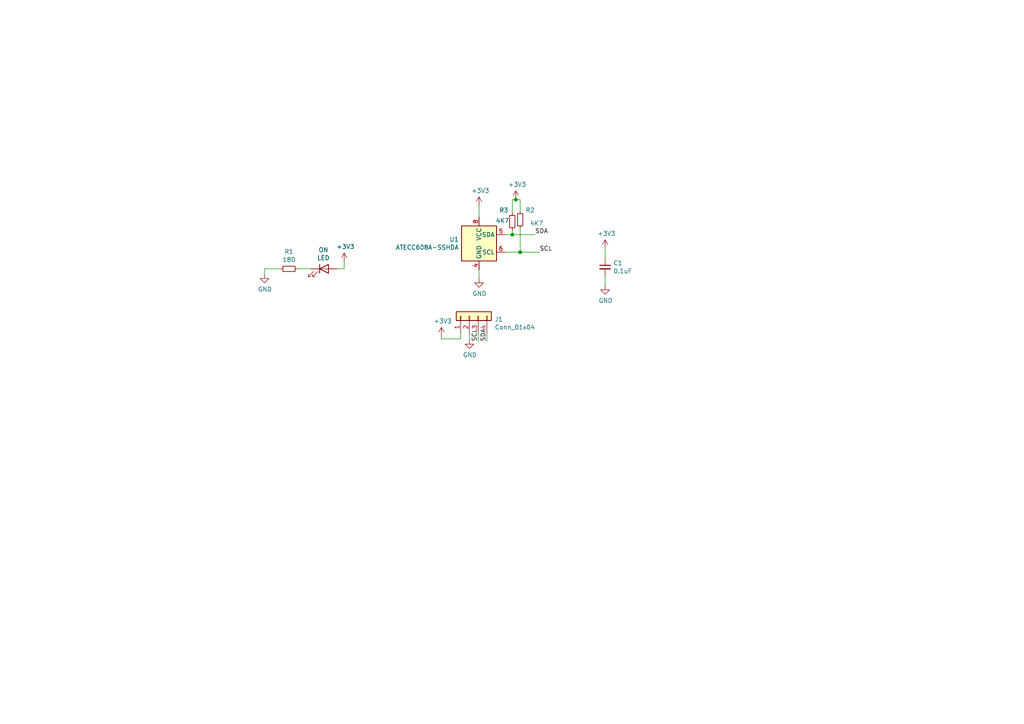
<source format=kicad_sch>
(kicad_sch (version 20211123) (generator eeschema)
  (paper "A4")
  (title_block (title "ATECC608A") (date "2019-09-19") (rev "0.1") (company "Electronic Cat") (comment 3 "Montserrat Figueroa") (comment 4 "Andres Sabas"))
  (lib_symbols
    (symbol "Connector_Generic:Conn_01x04" (pin_names (offset 1.016) hide)
      (property "Reference" "J" (at 0 5.08 0))
      (property "Value" "Conn_01x04" (at 0 -7.62 0))
      (symbol "Conn_01x04_1_1"
        (rectangle (start -1.27 -4.953) (end 0 -5.207) (stroke (width 0.1524)))
        (rectangle (start -1.27 -2.413) (end 0 -2.667) (stroke (width 0.1524)))
        (rectangle (start -1.27 0.127) (end 0 -0.127) (stroke (width 0.1524)))
        (rectangle (start -1.27 2.667) (end 0 2.413) (stroke (width 0.1524)))
        (rectangle (start -1.27 3.81) (end 1.27 -6.35) (stroke (width 0.254)) (fill (type background)))
        (pin passive line (at -5.08 2.54 0) (length 3.81) (name "Pin_1") (number "1"))
        (pin passive line (at -5.08 0 0) (length 3.81) (name "Pin_2") (number "2"))
        (pin passive line (at -5.08 -2.54 0) (length 3.81) (name "Pin_3") (number "3"))
        (pin passive line (at -5.08 -5.08 0) (length 3.81) (name "Pin_4") (number "4"))
      )
    )
    (symbol "Device:C_Small" (pin_numbers hide) (pin_names (offset 0.254) hide)
      (property "Reference" "C" (at 0.254 1.778 0))
      (property "Value" "C_Small" (at 0.254 -2.032 0))
      (symbol "C_Small_0_1"
        (polyline (pts (xy -1.524 -0.508) (xy 1.524 -0.508)) (stroke (width 0.3302)))
        (polyline (pts (xy -1.524 0.508) (xy 1.524 0.508)) (stroke (width 0.3048)))
      )
      (symbol "C_Small_1_1"
        (pin passive line (at 0 2.54 270) (length 2.032) (name "~") (number "1"))
        (pin passive line (at 0 -2.54 90) (length 2.032) (name "~") (number "2"))
      )
    )
    (symbol "Device:LED" (pin_numbers hide) (pin_names (offset 1.016) hide)
      (property "Reference" "D" (at 0 2.54 0))
      (property "Value" "LED" (at 0 -2.54 0))
      (symbol "LED_0_1"
        (polyline (pts (xy -1.27 -1.27) (xy -1.27 1.27)) (stroke (width 0.254)))
        (polyline (pts (xy -1.27 0) (xy 1.27 0)))
        (polyline (pts (xy 1.27 -1.27) (xy 1.27 1.27) (xy -1.27 0) (xy 1.27 -1.27)) (stroke (width 0.254)))
        (polyline (pts (xy -3.048 -0.762) (xy -4.572 -2.286) (xy -3.81 -2.286) (xy -4.572 -2.286) (xy -4.572 -1.524)))
        (polyline (pts (xy -1.778 -0.762) (xy -3.302 -2.286) (xy -2.54 -2.286) (xy -3.302 -2.286) (xy -3.302 -1.524)))
      )
      (symbol "LED_1_1"
        (pin passive line (at -3.81 0 0) (length 2.54) (name "K") (number "1"))
        (pin passive line (at 3.81 0 180) (length 2.54) (name "A") (number "2"))
      )
    )
    (symbol "Device:R_Small" (pin_numbers hide) (pin_names (offset 0.254) hide)
      (property "Reference" "R" (at 0.762 0.508 0))
      (property "Value" "R_Small" (at 0.762 -1.016 0))
      (symbol "R_Small_0_1"
        (rectangle (start -0.762 1.778) (end 0.762 -1.778) (stroke (width 0.2032)))
      )
      (symbol "R_Small_1_1"
        (pin passive line (at 0 2.54 270) (length 0.762) (name "~") (number "1"))
        (pin passive line (at 0 -2.54 90) (length 0.762) (name "~") (number "2"))
      )
    )
    (symbol "Security:ATECC608A-SSHDA"
      (property "Reference" "U" (at 3.81 6.35 0))
      (property "Value" "ATECC608A-SSHDA" (at 10.16 -6.35 0))
      (symbol "ATECC608A-SSHDA_0_1"
        (rectangle (start -5.08 5.08) (end 5.08 -5.08) (stroke (width 0.254)) (fill (type background)))
      )
      (symbol "ATECC608A-SSHDA_1_1"
        (pin power_in line (at 0 -7.62 90) (length 2.54) (name "GND") (number "4"))
        (pin bidirectional line (at 7.62 2.54 180) (length 2.54) (name "SDA") (number "5"))
        (pin input line (at 7.62 -2.54 180) (length 2.54) (name "SCL") (number "6"))
        (pin power_in line (at 0 7.62 270) (length 2.54) (name "VCC") (number "8"))
      )
    )
    (symbol "power:+3.3V" (power) (pin_names (offset 0))
      (property "Value" "+3.3V" (at 0 3.556 0))
      (symbol "+3.3V_0_1"
        (polyline (pts (xy -0.762 1.27) (xy 0 2.54)))
        (polyline (pts (xy 0 0) (xy 0 2.54)))
        (polyline (pts (xy 0 2.54) (xy 0.762 1.27)))
      )
      (symbol "+3.3V_1_1"
        (pin power_in line (at 0 0 90) (length 0) hide (name "+3V3") (number "1"))
      )
    )
    (symbol "power:GND" (power) (pin_names (offset 0))
      (property "Value" "GND" (at 0 -3.81 0))
      (symbol "GND_0_1"
        (polyline (pts (xy 0 0) (xy 0 -1.27) (xy 1.27 -1.27) (xy 0 -2.54) (xy -1.27 -1.27) (xy 0 -1.27)))
      )
      (symbol "GND_1_1"
        (pin power_in line (at 0 0 270) (length 0) hide (name "GND") (number "1"))
      )
    )
  )
  (junction (at 150.876 73.152))
  (junction (at 149.606 57.912))
  (junction (at 148.59 68.072))
  (wire (pts (xy 99.822 77.978) (xy 99.822 75.946)))
  (wire (pts (xy 146.558 68.072) (xy 148.59 68.072)))
  (wire (pts (xy 150.876 73.152) (xy 156.464 73.152)))
  (wire (pts (xy 86.36 77.978) (xy 90.17 77.978)))
  (wire (pts (xy 136.144 98.552) (xy 136.144 96.774)))
  (wire (pts (xy 148.59 57.912) (xy 148.59 61.722)))
  (wire (pts (xy 150.876 57.912) (xy 150.876 61.214)))
  (wire (pts (xy 138.684 96.774) (xy 138.684 99.06)))
  (wire (pts (xy 175.514 80.01) (xy 175.514 82.804)))
  (wire (pts (xy 141.224 96.774) (xy 141.224 99.06)))
  (wire (pts (xy 148.59 66.802) (xy 148.59 68.072)))
  (wire (pts (xy 150.876 73.152) (xy 150.876 66.294)))
  (wire (pts (xy 150.876 57.912) (xy 149.606 57.912)))
  (wire (pts (xy 76.708 77.978) (xy 81.28 77.978)))
  (wire (pts (xy 133.604 96.774) (xy 133.604 98.298)))
  (wire (pts (xy 175.514 74.93) (xy 175.514 72.136)))
  (wire (pts (xy 76.708 79.502) (xy 76.708 77.978)))
  (wire (pts (xy 133.604 98.298) (xy 128.016 98.298)))
  (wire (pts (xy 149.606 57.912) (xy 148.59 57.912)))
  (wire (pts (xy 138.938 62.992) (xy 138.938 59.69)))
  (wire (pts (xy 138.938 78.232) (xy 138.938 80.772)))
  (wire (pts (xy 97.79 77.978) (xy 99.822 77.978)))
  (wire (pts (xy 146.558 73.152) (xy 150.876 73.152)))
  (wire (pts (xy 148.59 68.072) (xy 155.194 68.072)))
  (wire (pts (xy 128.016 98.298) (xy 128.016 97.536)))
  (label "SDA" (at 155.194 68.072 0))
  (label "SCL" (at 138.684 99.06 90))
  (label "SDA" (at 141.224 99.06 90))
  (label "SCL" (at 156.464 73.152 0))
  (symbol (lib_id "power:GND") (at 175.514 82.804 0) (unit 1)
    (property "Reference" "#PWR06" (effects hide))
    (property "Value" "GND" (at 175.641 87.1982 0))
  )
  (symbol (lib_id "Security:ATECC608A-SSHDA") (at 138.938 70.612 0) (unit 1)
    (property "Reference" "U1" (at 133.096 69.4436 0) (effects (justify right)))
    (property "Value" "ATECC608A-SSHDA" (at 133.096 71.755 0) (effects (justify right)))
    (property "Footprint" "Package_SO:SOIC-8_3.9x4.9mm_P1.27mm" (effects hide))
    (property "Datasheet" "http://ww1.microchip.com/downloads/en/DeviceDoc/ATECC608A-CryptoAuthentication-Device-Summary-Data-Sheet-DS40001977B.pdf" (effects hide))
  )
  (symbol (lib_id "power:+3.3V") (at 175.514 72.136 0) (unit 1)
    (property "Reference" "#PWR02" (effects hide))
    (property "Value" "+3.3V" (at 175.895 67.7418 0))
  )
  (symbol (lib_id "Connector_Generic:Conn_01x04") (at 136.144 91.694 90) (unit 1)
    (property "Reference" "J1" (at 143.4592 92.6084 90) (effects (justify right)))
    (property "Value" "Conn_01x04" (at 143.4592 94.9198 90) (effects (justify right)))
    (property "Footprint" "Connector_PinHeader_2.54mm:PinHeader_1x04_P2.54mm_Vertical" (effects hide))
  )
  (symbol (lib_id "Device:C_Small") (at 175.514 77.47 0) (unit 1)
    (property "Reference" "C1" (at 177.8508 76.3016 0) (effects (justify left)))
    (property "Value" "0.1uF" (at 177.8508 78.613 0) (effects (justify left)))
    (property "Footprint" "Capacitor_SMD:C_0805_2012Metric_Pad1.15x1.40mm_HandSolder" (effects hide))
    (property "manf#" "885012207072" (effects hide))
  )
  (symbol (lib_id "Device:LED") (at 93.98 77.978 0) (unit 1)
    (property "Reference" "ON" (at 93.8022 72.4916 0))
    (property "Value" "LED" (at 93.8022 74.803 0))
    (property "Footprint" "LED_SMD:LED_0805_2012Metric_Pad1.15x1.40mm_HandSolder" (effects hide))
    (property "Datasheet" " 150080RS75000 Hoja de datos" (effects hide))
    (property "manf#" "150080RS75000" (effects hide))
  )
  (symbol (lib_id "Device:R_Small") (at 148.59 64.262 0) (unit 1)
    (property "Reference" "R3" (at 144.78 60.96 0) (effects (justify left)))
    (property "Value" "4K7" (at 143.764 64.008 0) (effects (justify left)))
    (property "Footprint" "Resistor_SMD:R_0805_2012Metric_Pad1.15x1.40mm_HandSolder" (effects hide))
  )
  (symbol (lib_id "Device:R_Small") (at 83.82 77.978 270) (unit 1)
    (property "Reference" "R1" (at 83.82 72.9996 90))
    (property "Value" "180" (at 83.82 75.311 90))
    (property "Footprint" "Resistor_SMD:R_0805_2012Metric_Pad1.15x1.40mm_HandSolder" (effects hide))
    (property "manf#" "RMCF0805JT180R" (effects hide))
  )
  (symbol (lib_id "power:GND") (at 138.938 80.772 0) (unit 1)
    (property "Reference" "#PWR05" (effects hide))
    (property "Value" "GND" (at 139.065 85.1662 0))
  )
  (symbol (lib_id "Device:R_Small") (at 150.876 63.754 0) (unit 1)
    (property "Reference" "R2" (at 152.4 60.96 0) (effects (justify left)))
    (property "Value" "4K7" (at 153.67 64.77 0) (effects (justify left)))
    (property "Footprint" "Resistor_SMD:R_0805_2012Metric_Pad1.15x1.40mm_HandSolder" (effects hide))
  )
  (symbol (lib_id "power:+3.3V") (at 138.938 59.69 0) (unit 1)
    (property "Reference" "#PWR01" (effects hide))
    (property "Value" "+3.3V" (at 139.319 55.2958 0))
  )
  (symbol (lib_id "power:+3.3V") (at 99.822 75.946 0) (unit 1)
    (property "Reference" "#PWR03" (effects hide))
    (property "Value" "+3.3V" (at 100.203 71.5518 0))
  )
  (symbol (lib_id "power:+3.3V") (at 149.606 57.912 0) (unit 1)
    (property "Reference" "#PWR09" (effects hide))
    (property "Value" "+3.3V" (at 149.987 53.5178 0))
  )
  (symbol (lib_id "power:GND") (at 76.708 79.502 0) (unit 1)
    (property "Reference" "#PWR04" (effects hide))
    (property "Value" "GND" (at 76.835 83.8962 0))
  )
  (symbol (lib_id "power:GND") (at 136.144 98.552 0) (unit 1)
    (property "Reference" "#PWR08" (effects hide))
    (property "Value" "GND" (at 136.271 102.9462 0))
  )
  (symbol (lib_id "power:+3.3V") (at 128.016 97.536 0) (unit 1)
    (property "Reference" "#PWR07" (effects hide))
    (property "Value" "+3.3V" (at 128.397 93.1418 0))
  )
)
</source>
